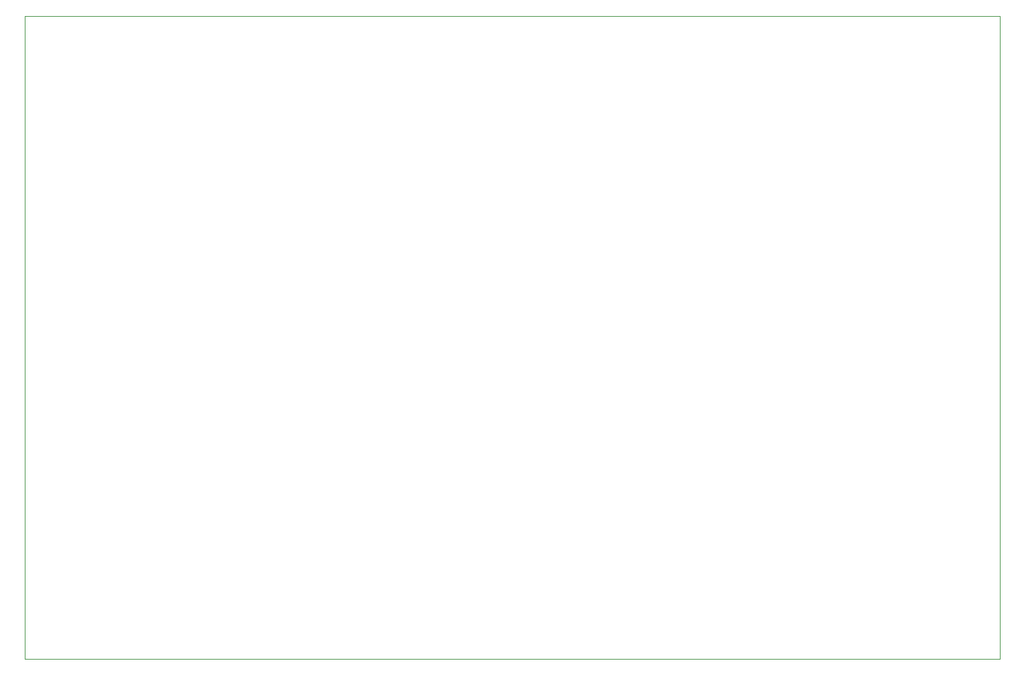
<source format=gbr>
G04 #@! TF.GenerationSoftware,KiCad,Pcbnew,(5.1.10-0-10_14)*
G04 #@! TF.CreationDate,2021-05-14T17:18:27+02:00*
G04 #@! TF.ProjectId,dac-psu,6461632d-7073-4752-9e6b-696361645f70,rev?*
G04 #@! TF.SameCoordinates,Original*
G04 #@! TF.FileFunction,Profile,NP*
%FSLAX46Y46*%
G04 Gerber Fmt 4.6, Leading zero omitted, Abs format (unit mm)*
G04 Created by KiCad (PCBNEW (5.1.10-0-10_14)) date 2021-05-14 17:18:27*
%MOMM*%
%LPD*%
G01*
G04 APERTURE LIST*
G04 #@! TA.AperFunction,Profile*
%ADD10C,0.050000*%
G04 #@! TD*
G04 APERTURE END LIST*
D10*
X93980000Y-130810000D02*
X93980000Y-49530000D01*
X217170000Y-130810000D02*
X93980000Y-130810000D01*
X217170000Y-49530000D02*
X217170000Y-130810000D01*
X93980000Y-49530000D02*
X217170000Y-49530000D01*
M02*

</source>
